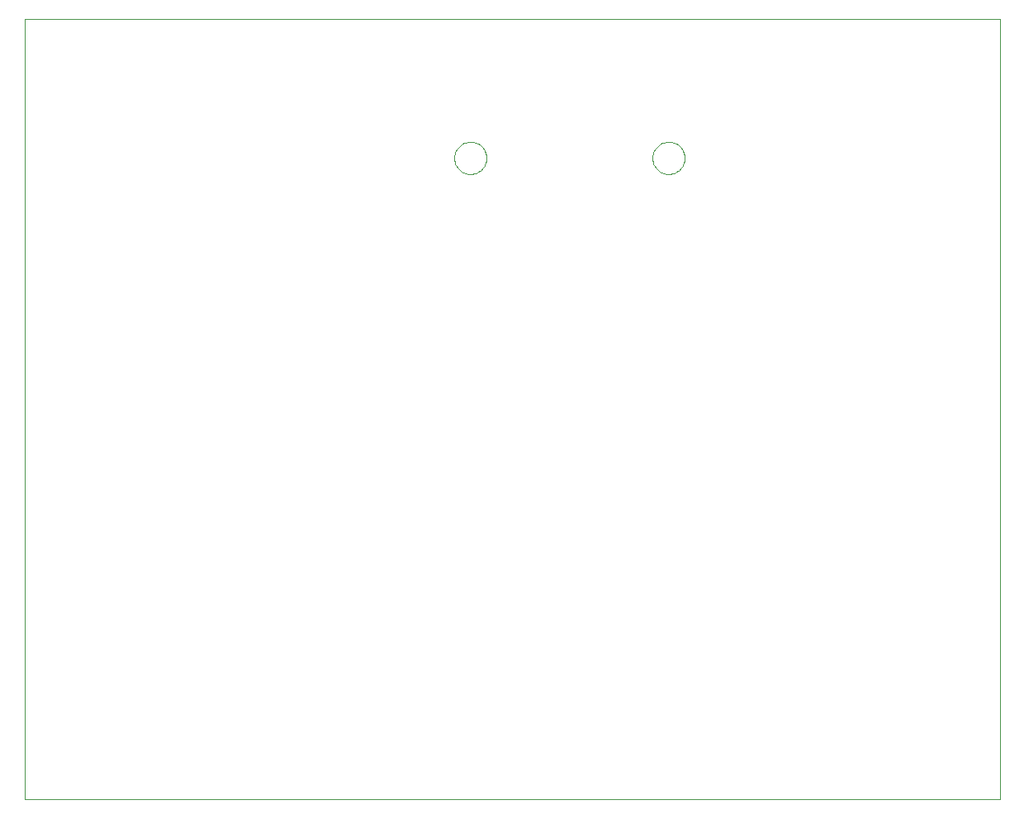
<source format=gto>
G75*
%MOIN*%
%OFA0B0*%
%FSLAX24Y24*%
%IPPOS*%
%LPD*%
%AMOC8*
5,1,8,0,0,1.08239X$1,22.5*
%
%ADD10C,0.0000*%
D10*
X004150Y000100D02*
X004150Y031596D01*
X043520Y031596D01*
X043520Y000100D01*
X004150Y000100D01*
X021500Y026000D02*
X021502Y026050D01*
X021508Y026100D01*
X021518Y026150D01*
X021531Y026198D01*
X021548Y026246D01*
X021569Y026292D01*
X021593Y026336D01*
X021621Y026378D01*
X021652Y026418D01*
X021686Y026455D01*
X021723Y026490D01*
X021762Y026521D01*
X021803Y026550D01*
X021847Y026575D01*
X021893Y026597D01*
X021940Y026615D01*
X021988Y026629D01*
X022037Y026640D01*
X022087Y026647D01*
X022137Y026650D01*
X022188Y026649D01*
X022238Y026644D01*
X022288Y026635D01*
X022336Y026623D01*
X022384Y026606D01*
X022430Y026586D01*
X022475Y026563D01*
X022518Y026536D01*
X022558Y026506D01*
X022596Y026473D01*
X022631Y026437D01*
X022664Y026398D01*
X022693Y026357D01*
X022719Y026314D01*
X022742Y026269D01*
X022761Y026222D01*
X022776Y026174D01*
X022788Y026125D01*
X022796Y026075D01*
X022800Y026025D01*
X022800Y025975D01*
X022796Y025925D01*
X022788Y025875D01*
X022776Y025826D01*
X022761Y025778D01*
X022742Y025731D01*
X022719Y025686D01*
X022693Y025643D01*
X022664Y025602D01*
X022631Y025563D01*
X022596Y025527D01*
X022558Y025494D01*
X022518Y025464D01*
X022475Y025437D01*
X022430Y025414D01*
X022384Y025394D01*
X022336Y025377D01*
X022288Y025365D01*
X022238Y025356D01*
X022188Y025351D01*
X022137Y025350D01*
X022087Y025353D01*
X022037Y025360D01*
X021988Y025371D01*
X021940Y025385D01*
X021893Y025403D01*
X021847Y025425D01*
X021803Y025450D01*
X021762Y025479D01*
X021723Y025510D01*
X021686Y025545D01*
X021652Y025582D01*
X021621Y025622D01*
X021593Y025664D01*
X021569Y025708D01*
X021548Y025754D01*
X021531Y025802D01*
X021518Y025850D01*
X021508Y025900D01*
X021502Y025950D01*
X021500Y026000D01*
X029500Y026000D02*
X029502Y026050D01*
X029508Y026100D01*
X029518Y026150D01*
X029531Y026198D01*
X029548Y026246D01*
X029569Y026292D01*
X029593Y026336D01*
X029621Y026378D01*
X029652Y026418D01*
X029686Y026455D01*
X029723Y026490D01*
X029762Y026521D01*
X029803Y026550D01*
X029847Y026575D01*
X029893Y026597D01*
X029940Y026615D01*
X029988Y026629D01*
X030037Y026640D01*
X030087Y026647D01*
X030137Y026650D01*
X030188Y026649D01*
X030238Y026644D01*
X030288Y026635D01*
X030336Y026623D01*
X030384Y026606D01*
X030430Y026586D01*
X030475Y026563D01*
X030518Y026536D01*
X030558Y026506D01*
X030596Y026473D01*
X030631Y026437D01*
X030664Y026398D01*
X030693Y026357D01*
X030719Y026314D01*
X030742Y026269D01*
X030761Y026222D01*
X030776Y026174D01*
X030788Y026125D01*
X030796Y026075D01*
X030800Y026025D01*
X030800Y025975D01*
X030796Y025925D01*
X030788Y025875D01*
X030776Y025826D01*
X030761Y025778D01*
X030742Y025731D01*
X030719Y025686D01*
X030693Y025643D01*
X030664Y025602D01*
X030631Y025563D01*
X030596Y025527D01*
X030558Y025494D01*
X030518Y025464D01*
X030475Y025437D01*
X030430Y025414D01*
X030384Y025394D01*
X030336Y025377D01*
X030288Y025365D01*
X030238Y025356D01*
X030188Y025351D01*
X030137Y025350D01*
X030087Y025353D01*
X030037Y025360D01*
X029988Y025371D01*
X029940Y025385D01*
X029893Y025403D01*
X029847Y025425D01*
X029803Y025450D01*
X029762Y025479D01*
X029723Y025510D01*
X029686Y025545D01*
X029652Y025582D01*
X029621Y025622D01*
X029593Y025664D01*
X029569Y025708D01*
X029548Y025754D01*
X029531Y025802D01*
X029518Y025850D01*
X029508Y025900D01*
X029502Y025950D01*
X029500Y026000D01*
M02*

</source>
